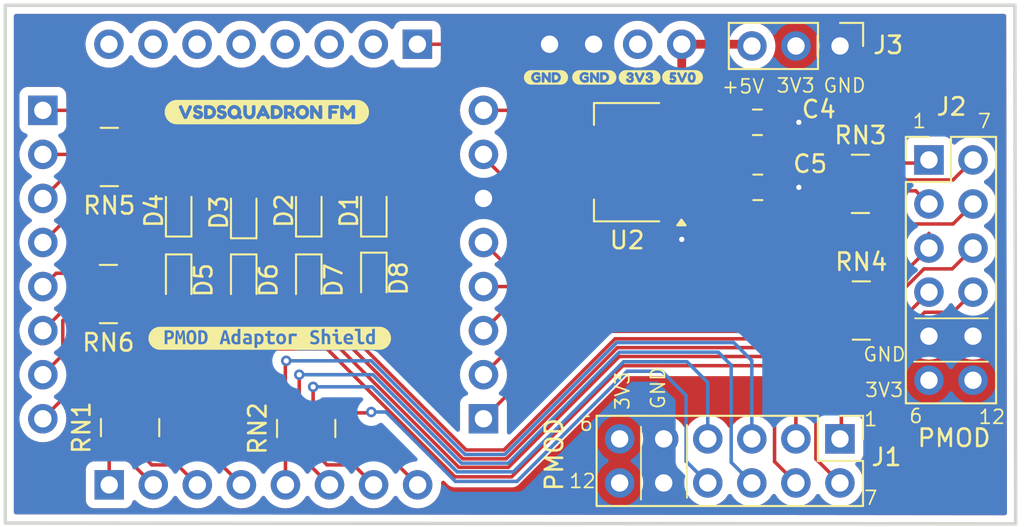
<source format=kicad_pcb>
(kicad_pcb (version 20240108) (generator "pcbnew") (generator_version "8.0")
  (title_block (title "PMOD Adaptor for VSDSquadron FM Shield") (date "2025-01-25") (rev "1A") (company "David Brough-Smyth"))
  (layers (0 "F.Cu" signal) (31 "B.Cu" signal) (34 "B.Paste" user) (35 "F.Paste" user) (36 "B.SilkS" user "B.Silkscreen") (37 "F.SilkS" user "F.Silkscreen") (38 "B.Mask" user) (39 "F.Mask" user) (44 "Edge.Cuts" user))
  (net 0 "")
  (net 1 "GND")
  (net 2 "+3.3V")
  (net 3 "+5V")
  (net 4 "5b")
  (net 5 "2a")
  (net 6 "6a")
  (net 7 "8a")
  (net 8 "9b")
  (net 9 "4a")
  (net 10 "0a")
  (net 11 "3b")
  (net 13 "36b")
  (net 14 "22a")
  (net 15 "41a")
  (net 16 "51a")
  (net 17 "50b")
  (net 18 "20a")
  (net 19 "38b")
  (net 20 "43a")
  (net 21 "46b")
  (net 22 "37a")
  (net 23 "29b")
  (net 24 "23b")
  (net 25 "39b")
  (net 26 "24a")
  (net 27 "31b")
  (net 28 "45a")
  (net 29 "48b")
  (net 30 "44b")
  (net 31 "18a")
  (net 32 "16a")
  (net 33 "49a")
  (net 34 "13b")
  (net 35 "42b")
  (net 36 "Net-(D1-A)")
  (net 37 "Net-(D2-A)")
  (net 38 "Net-(D3-A)")
  (net 39 "Net-(D4-A)")
  (net 40 "Net-(D5-A)")
  (net 41 "Net-(D6-A)")
  (net 42 "Net-(D7-A)")
  (net 43 "Net-(D8-A)")
  (net 44 "P2_3")
  (net 45 "P2_10")
  (net 46 "P2_9")
  (net 47 "P2_4")
  (net 48 "P2_1")
  (net 49 "P2_8")
  (net 50 "P2_2")
  (net 51 "P2_7")
  (net 52 "P1_1")
  (net 53 "P1_10")
  (net 54 "P1_9")
  (net 55 "P1_8")
  (net 56 "P1_4")
  (net 57 "P1_2")
  (net 58 "P1_7")
  (net 59 "P1_3")
  (footprint "LED_SMD:LED_0603_1608Metric" (layer "F.Cu") (at 128.5 107.1 -90)
    (property "Reference" "D7" (at 0 -1.43 -90) (layer "F.SilkS"))
    (property "Value" "~")
    (pad "1" smd roundrect (at -0.7875 0 270) (size 0.875 0.95) (layers "F.Cu" "F.Paste" "F.Mask") (net 1 "GND"))
    (pad "2" smd roundrect (at 0.7875 0 270) (size 0.875 0.95) (layers "F.Cu" "F.Paste" "F.Mask") (net 42 "Net-(D7-A)"))
  )
  (footprint "LED_SMD:LED_0603_1608Metric" (layer "F.Cu") (at 128.5 103.1 90)
    (property "Reference" "D2" (at 0 -1.43 90) (layer "F.SilkS"))
    (property "Value" "~")
    (pad "1" smd roundrect (at -0.7875 0 90) (size 0.875 0.95) (layers "F.Cu" "F.Paste" "F.Mask") (net 1 "GND"))
    (pad "2" smd roundrect (at 0.7875 0 90) (size 0.875 0.95) (layers "F.Cu" "F.Paste" "F.Mask") (net 37 "Net-(D2-A)"))
  )
  (footprint "kibuzzard-679249C3" (layer "F.Cu") (at 126.25 110.45)
    (property "Reference" "kibuzzard-679249C3" (hide yes))
    (property "Value" "G***" (hide yes))
  )
  (footprint "Resistor_SMD:R_Array_Convex_4x0603" (layer "F.Cu") (at 128.35 115.65 90)
    (property "Reference" "RN2" (at 0 -2.8 90) (layer "F.SilkS"))
    (property "Value" "33E")
    (pad "1" smd rect (at -0.9 -1.2 90) (size 0.8 0.5) (layers "F.Cu" "F.Paste" "F.Mask") (net 32 "16a"))
    (pad "2" smd rect (at -0.9 -0.4 90) (size 0.8 0.4) (layers "F.Cu" "F.Paste" "F.Mask") (net 31 "18a"))
    (pad "3" smd rect (at -0.9 0.4 90) (size 0.8 0.4) (layers "F.Cu" "F.Paste" "F.Mask") (net 18 "20a"))
    (pad "4" smd rect (at -0.9 1.2 90) (size 0.8 0.5) (layers "F.Cu" "F.Paste" "F.Mask") (net 14 "22a"))
    (pad "5" smd rect (at 0.9 1.2 90) (size 0.8 0.5) (layers "F.Cu" "F.Paste" "F.Mask") (net 53 "P1_10"))
    (pad "6" smd rect (at 0.9 0.4 90) (size 0.8 0.4) (layers "F.Cu" "F.Paste" "F.Mask") (net 56 "P1_4"))
    (pad "7" smd rect (at 0.9 -0.4 90) (size 0.8 0.4) (layers "F.Cu" "F.Paste" "F.Mask") (net 54 "P1_9"))
    (pad "8" smd rect (at 0.9 -1.2 90) (size 0.8 0.5) (layers "F.Cu" "F.Paste" "F.Mask") (net 59 "P1_3"))
  )
  (footprint "Capacitor_SMD:C_0805_2012Metric_Pad1.18x1.45mm_HandSolder" (layer "F.Cu") (at 154.3875 101.75)
    (property "Reference" "C5" (at 3.0125 -1.35 0) (layer "F.SilkS"))
    (property "Value" "22uF")
    (pad "1" smd roundrect (at -1.0375 0) (size 1.175 1.45) (layers "F.Cu" "F.Paste" "F.Mask") (roundrect_rratio 0.212766) (net 2 "+3.3V"))
    (pad "2" smd roundrect (at 1.0375 0) (size 1.175 1.45) (layers "F.Cu" "F.Paste" "F.Mask") (roundrect_rratio 0.212766) (net 1 "GND"))
  )
  (footprint "LED_SMD:LED_0603_1608Metric" (layer "F.Cu") (at 121 103.1 90)
    (property "Reference" "D4" (at 0 -1.43 90) (layer "F.SilkS"))
    (property "Value" "~")
    (pad "1" smd roundrect (at -0.7875 0 90) (size 0.875 0.95) (layers "F.Cu" "F.Paste" "F.Mask") (net 1 "GND"))
    (pad "2" smd roundrect (at 0.7875 0 90) (size 0.875 0.95) (layers "F.Cu" "F.Paste" "F.Mask") (net 39 "Net-(D4-A)"))
  )
  (footprint "VSDsquadron_FM:VSDSquadron_FM" (layer "F.Cu") (at 125.920764 106.181764)
    (property "Reference" "U1" (hide yes))
    (property "Value" "VSDSquadron FM" (hide yes))
    (pad "1" thru_hole rect (at -12.750764 -8.871764) (size 1.7 1.7) (drill 1) (layers "*.Cu" "*.Mask") (net 17 "50b"))
    (pad "2" thru_hole oval (at -12.750764 -6.331764) (size 1.7 1.7) (drill 1) (layers "*.Cu" "*.Mask") (net 16 "51a"))
    (pad "3" thru_hole oval (at -12.750764 -3.791764) (size 1.7 1.7) (drill 1) (layers "*.Cu" "*.Mask") (net 33 "49a"))
    (pad "4" thru_hole oval (at -12.750764 -1.251764) (size 1.7 1.7) (drill 1) (layers "*.Cu" "*.Mask") (net 11 "3b"))
    (pad "5" thru_hole oval (at -12.750764 1.288236) (size 1.7 1.7) (drill 1) (layers "*.Cu" "*.Mask") (net 4 "5b"))
    (pad "6" thru_hole oval (at -12.750764 3.828236) (size 1.7 1.7) (drill 1) (layers "*.Cu" "*.Mask") (net 10 "0a"))
    (pad "7" thru_hole oval (at -12.750764 6.368236) (size 1.7 1.7) (drill 1) (layers "*.Cu" "*.Mask") (net 5 "2a"))
    (pad "8" thru_hole oval (at -12.750764 8.908236) (size 1.7 1.7) (drill 1) (layers "*.Cu" "*.Mask") (net 9 "4a"))
    (pad "9" thru_hole rect (at -8.925764 12.718236 90) (size 1.7 1.7) (drill 1) (layers "*.Cu" "*.Mask") (net 6 "6a"))
    (pad "10" thru_hole oval (at -6.385764 12.718236 90) (size 1.7 1.7) (drill 1) (layers "*.Cu" "*.Mask") (net 8 "9b"))
    (pad "11" thru_hole oval (at -3.845764 12.718236 90) (size 1.7 1.7) (drill 1) (layers "*.Cu" "*.Mask") (net 7 "8a"))
    (pad "12" thru_hole oval (at -1.305764 12.718236 90) (size 1.7 1.7) (drill 1) (layers "*.Cu" "*.Mask") (net 34 "13b"))
    (pad "13" thru_hole oval (at 1.234236 12.718236 90) (size 1.7 1.7) (drill 1) (layers "*.Cu" "*.Mask") (net 32 "16a"))
    (pad "14" thru_hole oval (at 3.774236 12.718236 90) (size 1.7 1.7) (drill 1) (layers "*.Cu" "*.Mask") (net 31 "18a"))
    (pad "15" thru_hole oval (at 6.314236 12.718236 90) (size 1.7 1.7) (drill 1) (layers "*.Cu" "*.Mask") (net 18 "20a"))
    (pad "16" thru_hole oval (at 8.854236 12.718236 90) (size 1.7 1.7) (drill 1) (layers "*.Cu" "*.Mask") (net 14 "22a"))
    (pad "17" thru_hole rect (at 12.649236 8.908236 180) (size 1.7 1.7) (drill 1) (layers "*.Cu" "*.Mask") (net 26 "24a"))
    (pad "18" thru_hole oval (at 12.649236 6.368236 180) (size 1.7 1.7) (drill 1) (layers "*.Cu" "*.Mask") (net 27 "31b"))
    (pad "19" thru_hole oval (at 12.649236 3.828236 180) (size 1.7 1.7) (drill 1) (layers "*.Cu" "*.Mask") (net 23 "29b"))
    (pad "20" thru_hole oval (at 12.649236 1.288236 180) (size 1.7 1.7) (drill 1) (layers "*.Cu" "*.Mask") (net 24 "23b"))
    (pad "21" thru_hole oval (at 12.649236 -1.251764 180) (size 1.7 1.7) (drill 1) (layers "*.Cu" "*.Mask") (net 22 "37a"))
    (pad "22" thru_hole oval (at 12.649236 -3.791764 180) (size 1.7 1.7) (drill 1) (layers "*.Cu" "*.Mask") (net 1 "GND"))
    (pad "23" thru_hole oval (at 12.649236 -6.331764 180) (size 1.7 1.7) (drill 1) (layers "*.Cu" "*.Mask") (net 13 "36b"))
    (pad "24" thru_hole oval (at 12.649236 -8.871764 180) (size 1.7 1.7) (drill 1) (layers "*.Cu" "*.Mask") (net 25 "39b"))
    (pad "25" thru_hole rect (at 8.839236 -12.681764 270) (size 1.7 1.7) (drill 1) (layers "*.Cu" "*.Mask") (net 19 "38b"))
    (pad "26" thru_hole oval (at 6.299236 -12.681764 270) (size 1.7 1.7) (drill 1) (layers "*.Cu" "*.Mask") (net 15 "41a"))
    (pad "27" thru_hole oval (at 3.759236 -12.681764 270) (size 1.7 1.7) (drill 1) (layers "*.Cu" "*.Mask") (net 35 "42b"))
    (pad "28" thru_hole oval (at 1.219236 -12.681764 270) (size 1.7 1.7) (drill 1) (layers "*.Cu" "*.Mask") (net 20 "43a"))
    (pad "29" thru_hole oval (at -1.320764 -12.681764 270) (size 1.7 1.7) (drill 1) (layers "*.Cu" "*.Mask") (net 30 "44b"))
    (pad "30" thru_hole oval (at -3.860764 -12.681764 270) (size 1.7 1.7) (drill 1) (layers "*.Cu" "*.Mask") (net 21 "46b"))
    (pad "31" thru_hole oval (at -6.400764 -12.681764 270) (size 1.7 1.7) (drill 1) (layers "*.Cu" "*.Mask") (net 29 "48b"))
    (pad "32" thru_hole oval (at -8.940764 -12.681764 270) (size 1.7 1.7) (drill 1) (layers "*.Cu" "*.Mask") (net 28 "45a"))
    (pad "33" thru_hole rect (at 16.459236 -12.681764 90) (size 1.7 1.7) (drill 1) (layers "*.Cu" "*.Mask") (net 1 "GND"))
    (pad "34" thru_hole oval (at 18.999236 -12.681764 90) (size 1.7 1.7) (drill 1) (layers "*.Cu" "*.Mask") (net 1 "GND"))
    (pad "35" thru_hole oval (at 21.539236 -12.681764 90) (size 1.7 1.7) (drill 1) (layers "*.Cu" "*.Mask"))
    (pad "36" thru_hole oval (at 24.079236 -12.681764 90) (size 1.7 1.7) (drill 1) (layers "*.Cu" "*.Mask") (net 3 "+5V"))
  )
  (footprint "Resistor_SMD:R_Array_Convex_4x0603" (layer "F.Cu") (at 117 100 180)
    (property "Reference" "RN5" (at 0 -2.8 180) (layer "F.SilkS"))
    (property "Value" "330E")
    (pad "1" smd rect (at -0.9 -1.2 180) (size 0.8 0.5) (layers "F.Cu" "F.Paste" "F.Mask") (net 39 "Net-(D4-A)"))
    (pad "2" smd rect (at -0.9 -0.4 180) (size 0.8 0.4) (layers "F.Cu" "F.Paste" "F.Mask") (net 38 "Net-(D3-A)"))
    (pad "3" smd rect (at -0.9 0.4 180) (size 0.8 0.4) (layers "F.Cu" "F.Paste" "F.Mask") (net 37 "Net-(D2-A)"))
    (pad "4" smd rect (at -0.9 1.2 180) (size 0.8 0.5) (layers "F.Cu" "F.Paste" "F.Mask") (net 36 "Net-(D1-A)"))
    (pad "5" smd rect (at 0.9 1.2 180) (size 0.8 0.5) (layers "F.Cu" "F.Paste" "F.Mask") (net 17 "50b"))
    (pad "6" smd rect (at 0.9 0.4 180) (size 0.8 0.4) (layers "F.Cu" "F.Paste" "F.Mask") (net 16 "51a"))
    (pad "7" smd rect (at 0.9 -0.4 180) (size 0.8 0.4) (layers "F.Cu" "F.Paste" "F.Mask") (net 33 "49a"))
    (pad "8" smd rect (at 0.9 -1.2 180) (size 0.8 0.5) (layers "F.Cu" "F.Paste" "F.Mask") (net 11 "3b"))
  )
  (footprint "Resistor_SMD:R_Array_Convex_4x0603" (layer "F.Cu") (at 160.35 108.85)
    (property "Reference" "RN4" (at 0 -2.8 0) (layer "F.SilkS"))
    (property "Value" "33E")
    (pad "1" smd rect (at -0.9 -1.2) (size 0.8 0.5) (layers "F.Cu" "F.Paste" "F.Mask") (net 24 "23b"))
    (pad "2" smd rect (at -0.9 -0.4) (size 0.8 0.4) (layers "F.Cu" "F.Paste" "F.Mask") (net 23 "29b"))
    (pad "3" smd rect (at -0.9 0.4) (size 0.8 0.4) (layers "F.Cu" "F.Paste" "F.Mask") (net 27 "31b"))
    (pad "4" smd rect (at -0.9 1.2) (size 0.8 0.5) (layers "F.Cu" "F.Paste" "F.Mask") (net 26 "24a"))
    (pad "5" smd rect (at 0.9 1.2) (size 0.8 0.5) (layers "F.Cu" "F.Paste" "F.Mask") (net 45 "P2_10"))
    (pad "6" smd rect (at 0.9 0.4) (size 0.8 0.4) (layers "F.Cu" "F.Paste" "F.Mask") (net 47 "P2_4"))
    (pad "7" smd rect (at 0.9 -0.4) (size 0.8 0.4) (layers "F.Cu" "F.Paste" "F.Mask") (net 46 "P2_9"))
    (pad "8" smd rect (at 0.9 -1.2) (size 0.8 0.5) (layers "F.Cu" "F.Paste" "F.Mask") (net 44 "P2_3"))
  )
  (footprint "LED_SMD:LED_0603_1608Metric" (layer "F.Cu") (at 132.25 107 -90)
    (property "Reference" "D8" (at 0 -1.43 -90) (layer "F.SilkS"))
    (property "Value" "~")
    (pad "1" smd roundrect (at -0.7875 0 270) (size 0.875 0.95) (layers "F.Cu" "F.Paste" "F.Mask") (net 1 "GND"))
    (pad "2" smd roundrect (at 0.7875 0 270) (size 0.875 0.95) (layers "F.Cu" "F.Paste" "F.Mask") (net 43 "Net-(D8-A)"))
  )
  (footprint "LED_SMD:LED_0603_1608Metric" (layer "F.Cu") (at 121 107.1 -90)
    (property "Reference" "D5" (at 0 -1.43 -90) (layer "F.SilkS"))
    (property "Value" "~")
    (pad "1" smd roundrect (at -0.7875 0 270) (size 0.875 0.95) (layers "F.Cu" "F.Paste" "F.Mask") (net 1 "GND"))
    (pad "2" smd roundrect (at 0.7875 0 270) (size 0.875 0.95) (layers "F.Cu" "F.Paste" "F.Mask") (net 40 "Net-(D5-A)"))
  )
  (footprint "PMOD_conn:PMODPinSocket_2x06_P2.54mm_Vertical" (layer "F.Cu") (at 159.12 116.25 -90)
    (property "Reference" "J1" (at 1.05 -2.68 0) (layer "F.SilkS"))
    (property "Value" "PMOD" (at 0.9 16.47 -90) (layer "F.SilkS"))
    (pad "1" thru_hole rect (at 0 0 270) (size 1.7 1.7) (drill 1) (layers "*.Cu" "*.Mask") (net 52 "P1_1"))
    (pad "2" thru_hole oval (at 0 2.54 270) (size 1.7 1.7) (drill 1) (layers "*.Cu" "*.Mask") (net 57 "P1_2"))
    (pad "3" thru_hole oval (at 0 5.08 270) (size 1.7 1.7) (drill 1) (layers "*.Cu" "*.Mask") (net 59 "P1_3"))
    (pad "4" thru_hole oval (at 0 7.62 270) (size 1.7 1.7) (drill 1) (layers "*.Cu" "*.Mask") (net 56 "P1_4"))
    (pad "5" thru_hole oval (at 0 10.16 270) (size 1.7 1.7) (drill 1) (layers "*.Cu" "*.Mask") (net 1 "GND"))
    (pad "6" thru_hole oval (at 0 12.7 270) (size 1.7 1.7) (drill 1) (layers "*.Cu" "*.Mask") (net 2 "+3.3V"))
    (pad "7" thru_hole oval (at 2.54 0 270) (size 1.7 1.7) (drill 1) (layers "*.Cu" "*.Mask") (net 58 "P1_7"))
    (pad "8" thru_hole oval (at 2.54 2.54 270) (size 1.7 1.7) (drill 1) (layers "*.Cu" "*.Mask") (net 55 "P1_8"))
    (pad "9" thru_hole oval (at 2.54 5.08 270) (size 1.7 1.7) (drill 1) (layers "*.Cu" "*.Mask") (net 54 "P1_9"))
    (pad "10" thru_hole oval (at 2.54 7.62 270) (size 1.7 1.7) (drill 1) (layers "*.Cu" "*.Mask") (net 53 "P1_10"))
    (pad "11" thru_hole oval (at 2.54 10.16 270) (size 1.7 1.7) (drill 1) (layers "*.Cu" "*.Mask") (net 1 "GND"))
    (pad "12" thru_hole oval (at 2.54 12.7 270) (size 1.7 1.7) (drill 1) (layers "*.Cu" "*.Mask") (net 2 "+3.3V"))
  )
  (footprint "Capacitor_SMD:C_0805_2012Metric_Pad1.18x1.45mm_HandSolder" (layer "F.Cu") (at 154.3625 98)
    (property "Reference" "C4" (at 3.5375 -0.75 0) (layer "F.SilkS"))
    (property "Value" "10uF")
    (pad "1" smd roundrect (at -1.0375 0) (size 1.175 1.45) (layers "F.Cu" "F.Paste" "F.Mask") (roundrect_rratio 0.212766) (net 3 "+5V"))
    (pad "2" smd roundrect (at 1.0375 0) (size 1.175 1.45) (layers "F.Cu" "F.Paste" "F.Mask") (roundrect_rratio 0.212766) (net 1 "GND"))
  )
  (footprint "Connector_PinHeader_2.54mm:PinHeader_1x03_P2.54mm_Vertical" (layer "F.Cu") (at 159.125 93.6 -90)
    (property "Reference" "J3" (at -0.05 -2.775 0) (layer "F.SilkS"))
    (property "Value" "Shield PWR" (hide yes))
    (pad "1" thru_hole rect (at 0 0 270) (size 1.7 1.7) (drill 1) (layers "*.Cu" "*.Mask") (net 1 "GND"))
    (pad "2" thru_hole oval (at 0 2.54 270) (size 1.7 1.7) (drill 1) (layers "*.Cu" "*.Mask") (net 2 "+3.3V"))
    (pad "3" thru_hole oval (at 0 5.08 270) (size 1.7 1.7) (drill 1) (layers "*.Cu" "*.Mask") (net 3 "+5V"))
  )
  (footprint "LED_SMD:LED_0603_1608Metric" (layer "F.Cu") (at 132.25 103.1 90)
    (property "Reference" "D1" (at 0 -1.43 90) (layer "F.SilkS"))
    (property "Value" "~")
    (pad "1" smd roundrect (at -0.7875 0 90) (size 0.875 0.95) (layers "F.Cu" "F.Paste" "F.Mask") (net 1 "GND"))
    (pad "2" smd roundrect (at 0.7875 0 90) (size 0.875 0.95) (layers "F.Cu" "F.Paste" "F.Mask") (net 36 "Net-(D1-A)"))
  )
  (footprint "PMOD_conn:PMODPinSocket_2x06_P2.54mm_Vertical" (layer "F.Cu") (at 164.25 100.17)
    (property "Reference" "J2" (at 1.3 -3.07 0) (layer "F.SilkS"))
    (property "Value" "PMOD" (at 1.45 16.03 0) (layer "F.SilkS"))
    (pad "1" thru_hole rect (at 0 0) (size 1.7 1.7) (drill 1) (layers "*.Cu" "*.Mask") (net 48 "P2_1"))
    (pad "2" thru_hole oval (at 0 2.54) (size 1.7 1.7) (drill 1) (layers "*.Cu" "*.Mask") (net 50 "P2_2"))
    (pad "3" thru_hole oval (at 0 5.08) (size 1.7 1.7) (drill 1) (layers "*.Cu" "*.Mask") (net 44 "P2_3"))
    (pad "4" thru_hole oval (at 0 7.62) (size 1.7 1.7) (drill 1) (layers "*.Cu" "*.Mask") (net 47 "P2_4"))
    (pad "5" thru_hole oval (at 0 10.16) (size 1.7 1.7) (drill 1) (layers "*.Cu" "*.Mask") (net 1 "GND"))
    (pad "6" thru_hole oval (at 0 12.7) (size 1.7 1.7) (drill 1) (layers "*.Cu" "*.Mask") (net 2 "+3.3V"))
    (pad "7" thru_hole oval (at 2.54 0) (size 1.7 1.7) (drill 1) (layers "*.Cu" "*.Mask") (net 51 "P2_7"))
    (pad "8" thru_hole oval (at 2.54 2.54) (size 1.7 1.7) (drill 1) (layers "*.Cu" "*.Mask") (net 49 "P2_8"))
    (pad "9" thru_hole oval (at 2.54 5.08) (size 1.7 1.7) (drill 1) (layers "*.Cu" "*.Mask") (net 46 "P2_9"))
    (pad "10" thru_hole oval (at 2.54 7.62) (size 1.7 1.7) (drill 1) (layers "*.Cu" "*.Mask") (net 45 "P2_10"))
    (pad "11" thru_hole oval (at 2.54 10.16) (size 1.7 1.7) (drill 1) (layers "*.Cu" "*.Mask") (net 1 "GND"))
    (pad "12" thru_hole oval (at 2.54 12.7) (size 1.7 1.7) (drill 1) (layers "*.Cu" "*.Mask") (net 2 "+3.3V"))
  )
  (footprint "Resistor_SMD:R_Array_Convex_4x0603" (layer "F.Cu") (at 116.95 107.9 180)
    (property "Reference" "RN6" (at 0 -2.8 180) (layer "F.SilkS"))
    (property "Value" "330E")
    (pad "1" smd rect (at -0.9 -1.2 180) (size 0.8 0.5) (layers "F.Cu" "F.Paste" "F.Mask") (net 43 "Net-(D8-A)"))
    (pad "2" smd rect (at -0.9 -0.4 180) (size 0.8 0.4) (layers "F.Cu" "F.Paste" "F.Mask") (net 42 "Net-(D7-A)"))
    (pad "3" smd rect (at -0.9 0.4 180) (size 0.8 0.4) (layers "F.Cu" "F.Paste" "F.Mask") (net 41 "Net-(D6-A)"))
    (pad "4" smd rect (at -0.9 1.2 180) (size 0.8 0.5) (layers "F.Cu" "F.Paste" "F.Mask") (net 40 "Net-(D5-A)"))
    (pad "5" smd rect (at 0.9 1.2 180) (size 0.8 0.5) (layers "F.Cu" "F.Paste" "F.Mask") (net 4 "5b"))
    (pad "6" smd rect (at 0.9 0.4 180) (size 0.8 0.4) (layers "F.Cu" "F.Paste" "F.Mask") (net 10 "0a"))
    (pad "7" smd rect (at 0.9 -0.4 180) (size 0.8 0.4) (layers "F.Cu" "F.Paste" "F.Mask") (net 5 "2a"))
    (pad "8" smd rect (at 0.9 -1.2 180) (size 0.8 0.5) (layers "F.Cu" "F.Paste" "F.Mask") (net 9 "4a"))
  )
  (footprint "Resistor_SMD:R_Array_Convex_4x0603" (layer "F.Cu") (at 118.2 115.6 90)
    (property "Reference" "RN1" (at 0 -2.8 90) (layer "F.SilkS"))
    (property "Value" "33E")
    (pad "1" smd rect (at -0.9 -1.2 90) (size 0.8 0.5) (layers "F.Cu" "F.Paste" "F.Mask") (net 6 "6a"))
    (pad "2" smd rect (at -0.9 -0.4 90) (size 0.8 0.4) (layers "F.Cu" "F.Paste" "F.Mask") (net 8 "9b"))
    (pad "3" smd rect (at -0.9 0.4 90) (size 0.8 0.4) (layers "F.Cu" "F.Paste" "F.Mask") (net 7 "8a"))
    (pad "4" smd rect (at -0.9 1.2 90) (size 0.8 0.5) (layers "F.Cu" "F.Paste" "F.Mask") (net 34 "13b"))
    (pad "5" smd rect (at 0.9 1.2 90) (size 0.8 0.5) (layers "F.Cu" "F.Paste" "F.Mask") (net 55 "P1_8"))
    (pad "6" smd rect (at 0.9 0.4 90) (size 0.8 0.4) (layers "F.Cu" "F.Paste" "F.Mask") (net 57 "P1_2"))
    (pad "7" smd rect (at 0.9 -0.4 90) (size 0.8 0.4) (layers "F.Cu" "F.Paste" "F.Mask") (net 58 "P1_7"))
    (pad "8" smd rect (at 0.9 -1.2 90) (size 0.8 0.5) (layers "F.Cu" "F.Paste" "F.Mask") (net 52 "P1_1"))
  )
  (footprint "Resistor_SMD:R_Array_Convex_4x0603" (layer "F.Cu") (at 160.3 101.55)
    (property "Reference" "RN3" (at 0 -2.8 0) (layer "F.SilkS"))
    (property "Value" "33E")
    (pad "1" smd rect (at -0.9 -1.2) (size 0.8 0.5) (layers "F.Cu" "F.Paste" "F.Mask") (net 19 "38b"))
    (pad "2" smd rect (at -0.9 -0.4) (size 0.8 0.4) (layers "F.Cu" "F.Paste" "F.Mask") (net 25 "39b"))
    (pad "3" smd rect (at -0.9 0.4) (size 0.8 0.4) (layers "F.Cu" "F.Paste" "F.Mask") (net 13 "36b"))
    (pad "4" smd rect (at -0.9 1.2) (size 0.8 0.5) (layers "F.Cu" "F.Paste" "F.Mask") (net 22 "37a"))
    (pad "5" smd rect (at 0.9 1.2) (size 0.8 0.5) (layers "F.Cu" "F.Paste" "F.Mask") (net 49 "P2_8"))
    (pad "6" smd rect (at 0.9 0.4) (size 0.8 0.4) (layers "F.Cu" "F.Paste" "F.Mask") (net 50 "P2_2"))
    (pad "7" smd rect (at 0.9 -0.4) (size 0.8 0.4) (layers "F.Cu" "F.Paste" "F.Mask") (net 51 "P2_7"))
    (pad "8" smd rect (at 0.9 -1.2) (size 0.8 0.5) (layers "F.Cu" "F.Paste" "F.Mask") (net 48 "P2_1"))
  )
  (footprint "LED_SMD:LED_0603_1608Metric" (layer "F.Cu") (at 124.75 103.2 90)
    (property "Reference" "D3" (at 0 -1.43 90) (layer "F.SilkS"))
    (property "Value" "~")
    (pad "1" smd roundrect (at -0.7875 0 90) (size 0.875 0.95) (layers "F.Cu" "F.Paste" "F.Mask") (net 1 "GND"))
    (pad "2" smd roundrect (at 0.7875 0 90) (size 0.875 0.95) (layers "F.Cu" "F.Paste" "F.Mask") (net 38 "Net-(D3-A)"))
  )
  (footprint "Package_TO_SOT_SMD:SOT-223-3_TabPin2" (layer "F.Cu") (at 146.85 100.3 180)
    (property "Reference" "U2" (at 0 -4.5 0) (layer "F.SilkS"))
    (property "Value" "AMS1117-3.3" (hide yes))
    (pad "1" smd roundrect (at -3.15 -2.3 180) (size 2 1.5) (layers "F.Cu" "F.Paste" "F.Mask") (net 1 "GND"))
    (pad "2" smd roundrect (at -3.15 0 180) (size 2 1.5) (layers "F.Cu" "F.Paste" "F.Mask") (net 2 "+3.3V"))
    (pad "2" smd roundrect (at 3.15 0 180) (size 2 3.8) (layers "F.Cu" "F.Paste" "F.Mask") (net 2 "+3.3V"))
    (pad "3" smd roundrect (at -3.15 2.3 180) (size 2 1.5) (layers "F.Cu" "F.Paste" "F.Mask") (net 3 "+5V"))
  )
  (footprint "LED_SMD:LED_0603_1608Metric" (layer "F.Cu") (at 124.75 107.1 -90)
    (property "Reference" "D6" (at 0 -1.43 -90) (layer "F.SilkS"))
    (property "Value" "~")
    (pad "1" smd roundrect (at -0.7875 0 270) (size 0.875 0.95) (layers "F.Cu" "F.Paste" "F.Mask") (net 1 "GND"))
    (pad "2" smd roundrect (at 0.7875 0 270) (size 0.875 0.95) (layers "F.Cu" "F.Paste" "F.Mask") (net 41 "Net-(D6-A)"))
  )
  (gr_line (start 150.3 119.65) (end 150.3 115.45) (stroke (width 0.1)) (layer "F.SilkS"))
  (gr_line (start 163.4 111.8) (end 167.65 111.8) (stroke (width 0.1)) (layer "F.SilkS"))
  (gr_line (start 147.65 119.75) (end 147.65 115.55) (stroke (width 0.1)) (layer "F.SilkS"))
  (gr_line (start 163.45 109.3) (end 167.65 109.3) (stroke (width 0.1)) (layer "F.SilkS"))
  (gr_line (start 111 121.1) (end 111 91.25) (stroke (width 0.2)) (layer "Edge.Cuts"))
  (gr_line (start 169.25 121.15) (end 111 121.1) (stroke (width 0.2)) (layer "Edge.Cuts"))
  (gr_line (start 111 91.25) (end 169.2 91.25) (stroke (width 0.2)) (layer "Edge.Cuts"))
  (gr_line (start 169.2 91.25) (end 169.25 121.15) (stroke (width 0.2)) (layer "Edge.Cuts"))
  (gr_text "GND" (at 160.4 111.85 0) (layer "F.SilkS") (effects (font (size 0.8 0.8) (thickness 0.1)) (justify left bottom)))
  (gr_text "6" (at 163.05 115.4 0) (layer "F.SilkS") (effects (font (size 0.8 0.8) (thickness 0.1)) (justify left bottom)))
  (gr_text "+5V" (at 152.25 96.4 0) (layer "F.SilkS") (effects (font (size 0.8 0.8) (thickness 0.1)) (justify left bottom)))
  (gr_text "3V3" (at 160.5 113.9 0) (layer "F.SilkS") (effects (font (size 0.8 0.8) (thickness 0.1)) (justify left bottom)))
  (gr_text "12" (at 143.45 119.15 0) (layer "F.SilkS") (effects (font (size 0.8 0.8) (thickness 0.1)) (justify left bottom)))
  (gr_text "6" (at 144.05 115.85 0) (layer "F.SilkS") (effects (font (size 0.8 0.8) (thickness 0.1)) (justify left bottom)))
  (gr_text "3V3" (at 155.4 96.35 0) (layer "F.SilkS") (effects (font (size 0.8 0.8) (thickness 0.1)) (justify left bottom)))
  (gr_text "1" (at 163.25 98.4 0) (layer "F.SilkS") (effects (font (size 0.8 0.8) (thickness 0.1)) (justify left bottom)))
  (gr_text "7" (at 160.45 120.12 0) (layer "F.SilkS") (effects (font (size 0.8 0.8) (thickness 0.1)) (justify left bottom)))
  (gr_text "12" (at 167.05 115.45 0) (layer "F.SilkS") (effects (font (size 0.8 0.8) (thickness 0.1)) (justify left bottom)))
  (gr_text "7" (at 167 98.4 0) (layer "F.SilkS") (effects (font (size 0.8 0.8) (thickness 0.1)) (justify left bottom)))
  (gr_text "GND" (at 149.1 114.6 90) (layer "F.SilkS") (effects (font (size 0.8 0.8) (thickness 0.1)) (justify left bottom)))
  (gr_text "1" (at 160.45 115.585 0) (layer "F.SilkS") (effects (font (size 0.8 0.8) (thickness 0.1)) (justify left bottom)))
  (gr_text "GND" (at 158.1 96.35 0) (layer "F.SilkS") (effects (font (size 0.8 0.8) (thickness 0.1)) (justify left bottom)))
  (gr_text "3V3" (at 147.05 114.65 90) (layer "F.SilkS") (effects (font (size 0.8 0.8) (thickness 0.1)) (justify left bottom)))
  (segment (start 128.5 103.8875) (end 129.925 103.8875) (width 0.2) (layer "F.Cu") (net 1))
  (segment (start 124.75 103.9875) (end 124.95 103.9875) (width 0.2) (layer "F.Cu") (net 1))
  (segment (start 121 106.3125) (end 132.15 106.3125) (width 0.508) (layer "F.Cu") (net 1))
  (segment (start 132.25 106.2125) (end 132.25 103.8875) (width 0.508) (layer "F.Cu") (net 1))
  (segment (start 155.225 98) (end 156.75 98) (width 0.508) (layer "F.Cu") (net 1))
  (segment (start 132.25 103.8875) (end 137.0725 103.8875) (width 0.508) (layer "F.Cu") (net 1))
  (segment (start 121 103.8875) (end 132.25 103.8875) (width 0.508) (layer "F.Cu") (net 1))
  (segment (start 132.15 106.3125) (end 132.25 106.2125) (width 0.508) (layer "F.Cu") (net 1))
  (segment (start 144.505 93.915) (end 144.92 93.5) (width 0.2) (layer "F.Cu") (net 1))
  (segment (start 128.5 103.8875) (end 128.5 106.3125) (width 0.508) (layer "F.Cu") (net 1))
  (segment (start 124.75 106.3125) (end 125.15 106.3125) (width 0.2) (layer "F.Cu") (net 1))
  (segment (start 150.9635 102.7635) (end 150.75 102.55) (width 0.2) (layer "F.Cu") (net 1))
  (segment (start 121 103.8875) (end 121 106.3125) (width 0.508) (layer "F.Cu") (net 1))
  (segment (start 150 102.6) (end 150 104.75) (width 0.508) (layer "F.Cu") (net 1))
  (segment (start 155.25 101.75) (end 156.75 101.75) (width 0.508) (layer "F.Cu") (net 1))
  (segment (start 124.75 103.9875) (end 124.75 106.3125) (width 0.508) (layer "F.Cu") (net 1))
  (segment (start 128.5 106.3125) (end 129.825 106.3125) (width 0.2) (layer "F.Cu") (net 1))
  (segment (start 137.0725 103.8875) (end 138.57 102.39) (width 0.508) (layer "F.Cu") (net 1))
  (via (at 150 104.75) (size 0.6) (drill 0.3) (layers "F.Cu" "B.Cu") (net 1))
  (via (at 156.75 101.75) (size 0.6) (drill 0.3) (layers "F.Cu" "B.Cu") (net 1))
  (via (at 156.75 98) (size 0.6) (drill 0.3) (layers "F.Cu" "B.Cu") (net 1))
  (segment (start 150 93.5) (end 150 98) (width 0.508) (layer "F.Cu") (net 3))
  (segment (start 150 93.5) (end 153.945 93.5) (width 0.508) (layer "F.Cu") (net 3))
  (segment (start 150 98) (end 153.5 98) (width 0.508) (layer "F.Cu") (net 3))
  (segment (start 153.945 93.5) (end 154.045 93.6) (width 0.508) (layer "F.Cu") (net 3))
  (segment (start 113.17 107.47) (end 113.94 106.7) (width 0.2) (layer "F.Cu") (net 4))
  (segment (start 113.94 106.7) (end 116.05 106.7) (width 0.2) (layer "F.Cu") (net 4))
  (segment (start 114.32 109.43) (end 115.45 108.3) (width 0.2) (layer "F.Cu") (net 5))
  (segment (start 115.45 108.3) (end 116.05 108.3) (width 0.2) (layer "F.Cu") (net 5))
  (segment (start 113.17 112.55) (end 114.32 111.4) (width 0.2) (layer "F.Cu") (net 5))
  (segment (start 116 108.35) (end 116.05 108.3) (width 0.2) (layer "F.Cu") (net 5))
  (segment (start 114.32 111.4) (end 114.32 109.43) (width 0.2) (layer "F.Cu") (net 5))
  (segment (start 116.995 118.9) (end 116.995 116.505) (width 0.2032) (layer "F.Cu") (net 6))
  (segment (start 116.995 116.505) (end 117 116.5) (width 0.2032) (layer "F.Cu") (net 6))
  (segment (start 122.075 118.9) (end 120.9234 117.7484) (width 0.2032) (layer "F.Cu") (net 7))
  (segment (start 120.9234 117.7484) (end 119.4484 117.7484) (width 0.2032) (layer "F.Cu") (net 7))
  (segment (start 119.4484 117.7484) (end 118.6 116.9) (width 0.2032) (layer "F.Cu") (net 7))
  (segment (start 118.6 116.9) (end 118.6 116.5) (width 0.2032) (layer "F.Cu") (net 7))
  (segment (start 117.8 117.165) (end 117.8 116.5) (width 0.2032) (layer "F.Cu") (net 8))
  (segment (start 119.535 118.9) (end 117.8 117.165) (width 0.2032) (layer "F.Cu") (net 8))
  (segment (start 116.05 112.21) (end 116.05 109.1) (width 0.2) (layer "F.Cu") (net 9))
  (segment (start 113.17 115.09) (end 116.05 112.21) (width 0.2) (layer "F.Cu") (net 9))
  (segment (start 113.17 110.01) (end 115.68 107.5) (width 0.2) (layer "F.Cu") (net 10))
  (segment (start 115.68 107.5) (end 116.05 107.5) (width 0.2) (layer "F.Cu") (net 10))
  (segment (start 116.1 102) (end 116.1 101.2) (width 0.2) (layer "F.Cu") (net 11))
  (segment (start 113.17 104.93) (end 116.1 102) (width 0.2) (layer "F.Cu") (net 11))
  (segment (start 154.329901 106.15) (end 144.718628 106.15) (width 0.2) (layer "F.Cu") (net 13))
  (segment (start 158.529901 101.95) (end 154.329901 106.15) (width 0.2) (layer "F.Cu") (net 13))
  (segment (start 138.57 100.001372) (end 138.57 99.85) (width 0.2) (layer "F.Cu") (net 13))
  (segment (start 159.4 101.95) (end 158.529901 101.95) (width 0.2) (layer "F.Cu") (net 13))
  (segment (start 144.718628 106.15) (end 138.57 100.001372) (width 0.2) (layer "F.Cu") (net 13))
  (segment (start 132.425 116.55) (end 129.55 116.55) (width 0.2032) (layer "F.Cu") (net 14))
  (segment (start 134.775 118.9) (end 132.425 116.55) (width 0.2032) (layer "F.Cu") (net 14))
  (segment (start 113.17 99.85) (end 115.85 99.85) (width 0.2) (layer "F.Cu") (net 16))
  (segment (start 115.85 99.85) (end 116.1 99.6) (width 0.2) (layer "F.Cu") (net 16))
  (segment (start 113.17 97.31) (end 114.61 97.31) (width 0.2) (layer "F.Cu") (net 17))
  (segment (start 114.61 97.31) (end 116.1 98.8) (width 0.2) (layer "F.Cu") (net 17))
  (segment (start 113.86 98) (end 113.17 97.31) (width 0.2) (layer "F.Cu") (net 17))
  (segment (start 129.5484 117.7484) (end 128.75 116.95) (width 0.2032) (layer "F.Cu") (net 18))
  (segment (start 131.0834 117.7484) (end 129.5484 117.7484) (width 0.2032) (layer "F.Cu") (net 18))
  (segment (start 132.235 118.9) (end 131.0834 117.7484) (width 0.2032) (layer "F.Cu") (net 18))
  (segment (start 128.75 116.95) (end 128.75 116.55) (width 0.2032) (layer "F.Cu") (net 18))
  (segment (start 158.998529 100.35) (end 153.998529 105.35) (width 0.2) (layer "F.Cu") (net 19))
  (segment (start 139 93.5) (end 134.76 93.5) (width 0.2) (layer "F.Cu") (net 19))
  (segment (start 159.4 100.35) (end 158.998529 100.35) (width 0.2) (layer "F.Cu") (net 19))
  (segment (start 145.05 105.35) (end 141.75 102.05) (width 0.2) (layer "F.Cu") (net 19))
  (segment (start 141.75 96.25) (end 139 93.5) (width 0.2) (layer "F.Cu") (net 19))
  (segment (start 141.75 102.05) (end 141.75 96.25) (width 0.2) (layer "F.Cu") (net 19))
  (segment (start 153.998529 105.35) (end 145.05 105.35) (width 0.2) (layer "F.Cu") (net 19))
  (segment (start 159.4 102.75) (end 155.6 106.55) (width 0.2) (layer "F.Cu") (net 22))
  (segment (start 155.6 106.55) (end 140.19 106.55) (width 0.2) (layer "F.Cu") (net 22))
  (segment (start 140.19 106.55) (end 138.57 104.93) (width 0.2) (layer "F.Cu") (net 22))
  (segment (start 138.57 110.01) (end 140.13 108.45) (width 0.2) (layer "F.Cu") (net 23))
  (segment (start 140.13 108.45) (end 159.45 108.45) (width 0.2) (layer "F.Cu") (net 23))
  (segment (start 138.57 107.47) (end 159.27 107.47) (width 0.2) (layer "F.Cu") (net 24))
  (segment (start 159.27 107.47) (end 159.45 107.65) (width 0.2) (layer "F.Cu") (net 24))
  (segment (start 141.3 102.165686) (end 141.3 97.8) (width 0.2) (layer "F.Cu") (net 25))
  (segment (start 154.164215 105.75) (end 144.884314 105.75) (width 0.2) (layer "F.Cu") (net 25))
  (segment (start 141.3 97.8) (end 140.81 97.31) (width 0.2) (layer "F.Cu") (net 25))
  (segment (start 159.4 101.15) (end 158.764215 101.15) (width 0.2) (layer "F.Cu") (net 25))
  (segment (start 158.764215 101.15) (end 154.164215 105.75) (width 0.2) (layer "F.Cu") (net 25))
  (segment (start 144.884314 105.75) (end 141.3 102.165686) (width 0.2) (layer "F.Cu") (net 25))
  (segment (start 140.81 97.31) (end 138.57 97.31) (width 0.2) (layer "F.Cu") (net 25))
  (segment (start 143.61 110.05) (end 159.45 110.05) (width 0.2) (layer "F.Cu") (net 26))
  (segment (start 138.57 115.09) (end 143.61 110.05) (width 0.2) (layer "F.Cu") (net 26))
  (segment (start 141.87 109.25) (end 159.45 109.25) (width 0.2) (layer "F.Cu") (net 27))
  (segment (start 138.57 112.55) (end 141.87 109.25) (width 0.2) (layer "F.Cu") (net 27))
  (segment (start 129.695 118.9) (end 127.95 117.155) (width 0.2032) (layer "F.Cu") (net 31))
  (segment (start 127.95 117.155) (end 127.95 116.55) (width 0.2032) (layer "F.Cu") (net 31))
  (segment (start 127.005 116.85) (end 127.25 116.85) (width 0.2) (layer "F.Cu") (net 32))
  (segment (start 127.155 116.555) (end 127.15 116.55) (width 0.2032) (layer "F.Cu") (net 32))
  (segment (start 127.155 118.9) (end 127.155 116.555) (width 0.2032) (layer "F.Cu") (net 32))
  (segment (start 113.17 101.83) (end 113.17 102.39) (width 0.2) (layer "F.Cu") (net 33))
  (segment (start 113.17 102.39) (end 115.16 100.4) (width 0.2) (layer "F.Cu") (net 33))
  (segment (start 115.16 100.4) (end 116.1 100.4) (width 0.2) (layer "F.Cu") (net 33))
  (segment (start 124.615 118.9) (end 122.215 116.5) (width 0.2032) (layer "F.Cu") (net 34))
  (segment (start 122.215 116.5) (end 119.4 116.5) (width 0.2032) (layer "F.Cu") (net 34))
  (segment (start 118.25 98.75) (end 118.2 98.8) (width 0.2) (layer "F.Cu") (net 36))
  (segment (start 129.35 98.8) (end 132.25 101.7) (width 0.2) (layer "F.Cu") (net 36))
  (segment (start 117.9 98.8) (end 129.35 98.8) (width 0.2) (layer "F.Cu") (net 36))
  (segment (start 132.25 101.7) (end 132.25 102.3125) (width 0.2) (layer "F.Cu") (net 36))
  (segment (start 118.2 98.8) (end 117.9 98.8) (width 0.2) (layer "F.Cu") (net 36))
  (segment (start 125.7875 99.6) (end 128.5 102.3125) (width 0.2) (layer "F.Cu") (net 37))
  (segment (start 117.9 99.6) (end 125.7875 99.6) (width 0.2) (layer "F.Cu") (net 37))
  (segment (start 117.9 100.4) (end 122.7375 100.4) (width 0.2) (layer "F.Cu") (net 38))
  (segment (start 122.7375 100.4) (end 124.75 102.4125) (width 0.2) (layer "F.Cu") (net 38))
  (segment (start 119.8875 101.2) (end 121 102.3125) (width 0.2) (layer "F.Cu") (net 39))
  (segment (start 117.9 101.2) (end 119.8875 101.2) (width 0.2) (layer "F.Cu") (net 39))
  (segment (start 119.8125 106.7) (end 121 107.8875) (width 0.2) (layer "F.Cu") (net 40))
  (segment (start 117.85 106.7) (end 119.8125 106.7) (width 0.2) (layer "F.Cu") (net 40))
  (segment (start 120.1 108.65) (end 123.9875 108.65) (width 0.2) (layer "F.Cu") (net 41))
  (segment (start 123.9875 108.65) (end 124.75 107.8875) (width 0.2) (layer "F.Cu") (net 41))
  (segment (start 117.85 107.5) (end 118.95 107.5) (width 0.2) (layer "F.Cu") (net 41))
  (segment (start 118.95 107.5) (end 120.1 108.65) (width 0.2) (layer "F.Cu") (net 41))
  (segment (start 127.3375 109.05) (end 128.5 107.8875) (width 0.2) (layer "F.Cu") (net 42))
  (segment (start 119.184314 108.3) (end 119.934314 109.05) (width 0.2) (layer "F.Cu") (net 42))
  (segment (start 119.934314 109.05) (end 127.3375 109.05) (width 0.2) (layer "F.Cu") (net 42))
  (segment (start 117.85 108.3) (end 119.184314 108.3) (width 0.2) (layer "F.Cu") (net 42))
  (segment (start 118.2 109.45) (end 130.5875 109.45) (width 0.2) (layer "F.Cu") (net 43))
  (segment (start 117.85 109.1) (end 118.2 109.45) (width 0.2) (layer "F.Cu") (net 43))
  (segment (start 130.5875 109.45) (end 132.25 107.7875) (width 0.2) (layer "F.Cu") (net 43))
  (segment (start 164.25 104.4) (end 164.25 105.25) (width 0.2) (layer "F.Cu") (net 44))
  (segment (start 161.25 107.65) (end 161.85 107.65) (width 0.2) (layer "F.Cu") (net 44))
  (segment (start 161.85 107.65) (end 164.25 105.25) (width 0.2) (layer "F.Cu") (net 44))
  (segment (start 162.903654 110.05) (end 164.003654 108.95) (width 0.2) (layer "F.Cu") (net 45))
  (segment (start 165.63 108.95) (end 166.79 107.79) (width 0.2) (layer "F.Cu") (net 45))
  (segment (start 161.25 110.05) (end 162.903654 110.05) (width 0.2) (layer "F.Cu") (net 45))
  (segment (start 164.003654 108.95) (end 165.63 108.95) (width 0.2) (layer "F.Cu") (net 45))
  (segment (start 163.963654 106.45) (end 165.59 106.45) (width 0.2) (layer "F.Cu") (net 46))
  (segment (start 161.963654 108.45) (end 163.963654 106.45) (width 0.2) (layer "F.Cu") (net 46))
  (segment (start 165.59 106.45) (end 166.79 105.25) (width 0.2) (layer "F.Cu") (net 46))
  (segment (start 161.25 108.45) (end 161.963654 108.45) (width 0.2) (layer "F.Cu") (net 46))
  (segment (start 161.25 109.25) (end 162.79 109.25) (width 0.2) (layer "F.Cu") (net 47))
  (segment (start 162.79 109.25) (end 164.25 107.79) (width 0.2) (layer "F.Cu") (net 47))
  (segment (start 164.07 100.35) (end 164.25 100.17) (width 0.2) (layer "F.Cu") (net 48))
  (segment (start 161.2 100.35) (end 164.07 100.35) (width 0.2) (layer "F.Cu") (net 48))
  (segment (start 162.31 103.86) (end 165.64 103.86) (width 0.2) (layer "F.Cu") (net 49))
  (segment (start 165.64 103.86) (end 166.79 102.71) (width 0.2) (layer "F.Cu") (net 49))
  (segment (start 161.2 102.75) (end 162.31 103.86) (width 0.2) (layer "F.Cu") (net 49))
  (segment (start 163.49 101.95) (end 164.25 102.71) (width 0.2) (layer "F.Cu") (net 50))
  (segment (start 161.2 101.95) (end 163.49 101.95) (width 0.2) (layer "F.Cu") (net 50))
  (segment (start 161.37 101.32) (end 165.64 101.32) (width 0.2) (layer "F.Cu") (net 51))
  (segment (start 165.64 101.32) (end 166.79 100.17) (width 0.2) (layer "F.Cu") (net 51))
  (segment (start 161.2 101.15) (end 161.37 101.32) (width 0.2) (layer "F.Cu") (net 51))
  (segment (start 159.2 116.17) (end 159.12 116.25) (width 0.2032) (layer "F.Cu") (net 52))
  (segment (start 117 114.2968) (end 121.4452 109.8516) (width 0.2032) (layer "F.Cu") (net 52))
  (segment (start 146.16 110.48) (end 157.03 110.48) (width 0.2032) (layer "F.Cu") (net 52))
  (segment (start 159.2 112.65) (end 159.2 116.17) (width 0.2032) (layer "F.Cu") (net 52))
  (segment (start 157.03 110.48) (end 159.2 112.65) (width 0.2032) (layer "F.Cu") (net 52))
  (segment (start 137.57 116.89) (end 139.75 116.89) (width 0.2032) (layer "F.Cu") (net 52))
  (segment (start 117 114.7) (end 117 114.2968) (width 0.2032) (layer "F.Cu") (net 52))
  (segment (start 139.75 116.89) (end 146.16 110.48) (width 0.2032) (layer "F.Cu") (net 52))
  (segment (start 130.5316 109.8516) (end 137.57 116.89) (width 0.2032) (layer "F.Cu") (net 52))
  (segment (start 121.4452 109.8516) (end 130.5316 109.8516) (width 0.2032) (layer "F.Cu") (net 52))
  (segment (start 132.05 114.75) (end 132.1 114.7) (width 0.2032) (layer "F.Cu") (net 53))
  (segment (start 129.55 114.75) (end 132.05 114.75) (width 0.2032) (layer "F.Cu") (net 53))
  (via (at 132.1 114.7) (size 0.6) (drill 0.3) (layers "F.Cu" "B.Cu") (net 53))
  (segment (start 140.5 118.7) (end 146.85 112.35) (width 0.2032) (layer "B.Cu") (net 53))
  (segment (start 132.1 114.7) (end 132.95 114.7) (width 0.2032) (layer "B.Cu") (net 53))
  (segment (start 146.85 112.35) (end 148.85 112.35) (width 0.2032) (layer "B.Cu") (net 53))
  (segment (start 150.25 113.75) (end 150.25 117.54) (width 0.2032) (layer "B.Cu") (net 53))
  (segment (start 150.25 117.54) (end 151.5 118.79) (width 0.2032) (layer "B.Cu") (net 53))
  (segment (start 132.95 114.7) (end 136.95 118.7) (width 0.2032) (layer "B.Cu") (net 53))
  (segment (start 148.85 112.35) (end 150.25 113.75) (width 0.2032) (layer "B.Cu") (net 53))
  (segment (start 136.95 118.7) (end 140.5 118.7) (width 0.2032) (layer "B.Cu") (net 53))
  (segment (start 127.95 114.75) (end 127.95 112.55) (width 0.2032) (layer "F.Cu") (net 54))
  (via (at 127.95 112.55) (size 0.6) (drill 0.3) (layers "F.Cu" "B.Cu") (net 54))
  (segment (start 140 117.65) (end 146.4 111.25) (width 0.2032) (layer "B.Cu") (net 54))
  (segment (start 152.85 112) (end 152.85 117.6) (width 0.2032) (layer "B.Cu") (net 54))
  (segment (start 152.85 117.6) (end 154.04 118.79) (width 0.2032) (layer "B.Cu") (net 54))
  (segment (start 152.1 111.25) (end 152.85 112) (width 0.2032) (layer "B.Cu") (net 54))
  (segment (start 132.2 112.55) (end 137.3 117.65) (width 0.2032) (layer "B.Cu") (net 54))
  (segment (start 146.4 111.25) (end 152.1 111.25) (width 0.2032) (layer "B.Cu") (net 54))
  (segment (start 137.3 117.65) (end 140 117.65) (width 0.2032) (layer "B.Cu") (net 54))
  (segment (start 127.95 112.55) (end 132.2 112.55) (width 0.2032) (layer "B.Cu") (net 54))
  (segment (start 155.35 112.45) (end 154.93 112.03) (width 0.2032) (layer "F.Cu") (net 55))
  (segment (start 123.0388 111.0612) (end 119.4 114.7) (width 0.2032) (layer "F.Cu") (net 55))
  (segment (start 156.58 118.79) (end 155.35 117.56) (width 0.2032) (layer "F.Cu") (net 55))
  (segment (start 154.93 112.03) (end 146.6 112.03) (width 0.2032) (layer "F.Cu") (net 55))
  (segment (start 136.93 118.44) (end 129.5512 111.0612) (width 0.2032) (layer "F.Cu") (net 55))
  (segment (start 146.6 112.03) (end 140.19 118.44) (width 0.2032) (layer "F.Cu") (net 55))
  (segment (start 129.5512 111.0612) (end 123.0388 111.0612) (width 0.2032) (layer "F.Cu") (net 55))
  (segment (start 155.35 117.56) (end 155.35 112.45) (width 0.2032) (layer "F.Cu") (net 55))
  (segment (start 140.19 118.44) (end 136.93 118.44) (width 0.2032) (layer "F.Cu") (net 55))
  (segment (start 128.75 114.75) (end 128.75 113.25) (width 0.2032) (layer "F.Cu") (net 56))
  (via (at 128.75 113.25) (size 0.6) (drill 0.3) (layers "F.Cu" "B.Cu") (net 56))
  (segment (start 150.3 111.8) (end 151.5 113) (width 0.2032) (layer "B.Cu") (net 56))
  (segment (start 128.75 113.25) (end 132.15 113.25) (width 0.2032) (layer "B.Cu") (net 56))
  (segment (start 140.3 118.15) (end 146.65 111.8) (width 0.2032) (layer "B.Cu") (net 56))
  (segment (start 137.05 118.15) (end 140.3 118.15) (width 0.2032) (layer "B.Cu") (net 56))
  (segment (start 146.65 111.8) (end 150.3 111.8) (width 0.2032) (layer "B.Cu") (net 56))
  (segment (start 151.5 113) (end 151.5 116.25) (width 0.2032) (layer "B.Cu") (net 56))
  (segment (start 132.15 113.25) (end 137.05 118.15) (width 0.2032) (layer "B.Cu") (net 56))
  (segment (start 140.01 117.89) (end 137.15 117.89) (width 0.2032) (layer "F.Cu") (net 57))
  (segment (start 122.272 110.658) (end 118.6 114.33) (width 0.2032) (layer "F.Cu") (net 57))
  (segment (start 118.6 114.33) (end 118.6 114.7) (width 0.2032) (layer "F.Cu") (net 57))
  (segment (start 156.58 116.25) (end 156.58 112.2832) (width 0.2032) (layer "F.Cu") (net 57))
  (segment (start 129.918 110.658) (end 122.272 110.658) (width 0.2032) (layer "F.Cu") (net 57))
  (segment (start 137.15 117.89) (end 129.918 110.658) (width 0.2032) (layer "F.Cu") (net 57))
  (segment (start 155.7968 111.5) (end 146.4 111.5) (width 0.2032) (layer "F.Cu") (net 57))
  (segment (start 156.58 112.2832) (end 155.7968 111.5) (width 0.2032) (layer "F.Cu") (net 57))
  (segment (start 146.4 111.5) (end 140.01 117.89) (width 0.2032) (layer "F.Cu") (net 57))
  (segment (start 156.84 110.99) (end 146.29 110.99) (width 0.2032) (layer "F.Cu") (net 58))
  (segment (start 157.7316 111.8816) (end 156.84 110.99) (width 0.2032) (layer "F.Cu") (net 58))
  (segment (start 159.12 118.79) (end 157.7316 117.4016) (width 0.2032) (layer "F.Cu") (net 58))
  (segment (start 121.842 110.2548) (end 117.8 114.2968) (width 0.2032) (layer "F.Cu") (net 58))
  (segment (start 117.8 114.2968) (end 117.8 114.7) (width 0.2032) (layer "F.Cu") (net 58))
  (segment (start 146.29 110.99) (end 139.88 117.4) (width 0.2032) (layer "F.Cu") (net 58))
  (segment (start 139.88 117.4) (end 137.38 117.4) (width 0.2032) (layer "F.Cu") (net 58))
  (segment (start 130.2348 110.2548) (end 121.842 110.2548) (width 0.2032) (layer "F.Cu") (net 58))
  (segment (start 137.38 117.4) (end 130.2348 110.2548) (width 0.2032) (layer "F.Cu") (net 58))
  (segment (start 157.7316 117.4016) (end 157.7316 111.8816) (width 0.2032) (layer "F.Cu") (net 58))
  (segment (start 127.2 111.75) (end 127.15 111.8) (width 0.2032) (layer "F.Cu") (net 59))
  (segment (start 127.15 111.8) (end 127.15 114.75) (width 0.2032) (layer "F.Cu") (net 59))
  (via (at 127.2 111.75) (size 0.6) (drill 0.3) (layers "F.Cu" "B.Cu") (net 59))
  (segment (start 139.8 117.15) (end 146.25 110.7) (width 0.2032) (layer "B.Cu") (net 59))
  (segment (start 146.25 110.7) (end 153 110.7) (width 0.2032) (layer "B.Cu") (net 59))
  (segment (start 132.1 111.75) (end 137.5 117.15) (width 0.2032) (layer "B.Cu") (net 59))
  (segment (start 127.2 111.75) (end 132.1 111.75) (width 0.2032) (layer "B.Cu") (net 59))
  (segment (start 137.5 117.15) (end 139.8 117.15) (width 0.2032) (layer "B.Cu") (net 59))
  (segment (start 154.04 111.74) (end 154.04 116.25) (width 0.2032) (layer "B.Cu") (net 59))
  (segment (start 153 110.7) (end 154.04 111.74) (width 0.2032) (layer "B.Cu") (net 59))
  (zone (net 2) (net_name "+3.3V") (layer "F.Cu") (priority 1) (connect_pads yes (clearance 0.5)) (min_thickness 0.25) (fill yes (thermal_gap 0.5) (thermal_bridge_width 0.5))
    (polygon (pts (xy 110.725 91.1) (xy 110.7 121.25) (xy 169.75 121.35) (xy 169.65 91.025)))
  )
  (zone (net 1) (net_name "GND") (layer "B.Cu") (connect_pads yes (clearance 0.5)) (min_thickness 0.25) (fill yes (thermal_gap 0.5) (thermal_bridge_width 0.5))
    (polygon (pts (xy 110.725 91.125) (xy 110.7 121.25) (xy 169.75 121.35) (xy 169.7 90.95)))
  )
)
</source>
